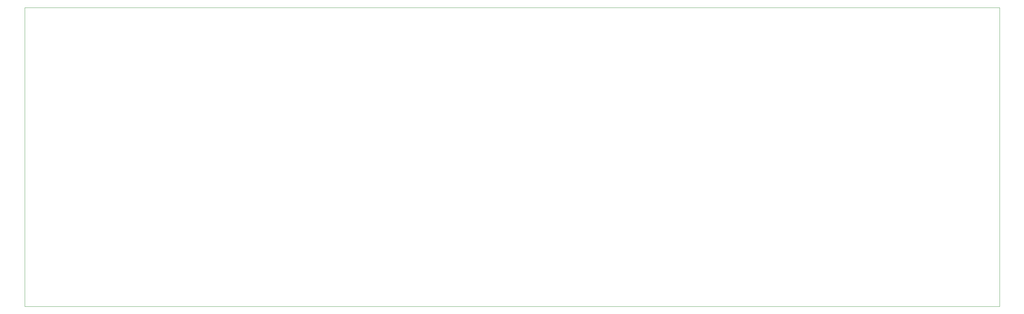
<source format=gbr>
G04 #@! TF.GenerationSoftware,KiCad,Pcbnew,(5.0.0)*
G04 #@! TF.CreationDate,2019-09-22T13:37:25+01:00*
G04 #@! TF.ProjectId,Display PSU,446973706C6179205053552E6B696361,rev?*
G04 #@! TF.SameCoordinates,Original*
G04 #@! TF.FileFunction,Profile,NP*
%FSLAX46Y46*%
G04 Gerber Fmt 4.6, Leading zero omitted, Abs format (unit mm)*
G04 Created by KiCad (PCBNEW (5.0.0)) date 09/22/19 13:37:25*
%MOMM*%
%LPD*%
G01*
G04 APERTURE LIST*
%ADD10C,0.100000*%
G04 APERTURE END LIST*
D10*
X19685000Y-20955000D02*
X19685000Y-100955000D01*
X280035000Y-100965000D02*
X19685000Y-100965000D01*
X280035000Y-20955000D02*
X280035000Y-100955000D01*
X19685000Y-20955000D02*
X280035000Y-20955000D01*
M02*

</source>
